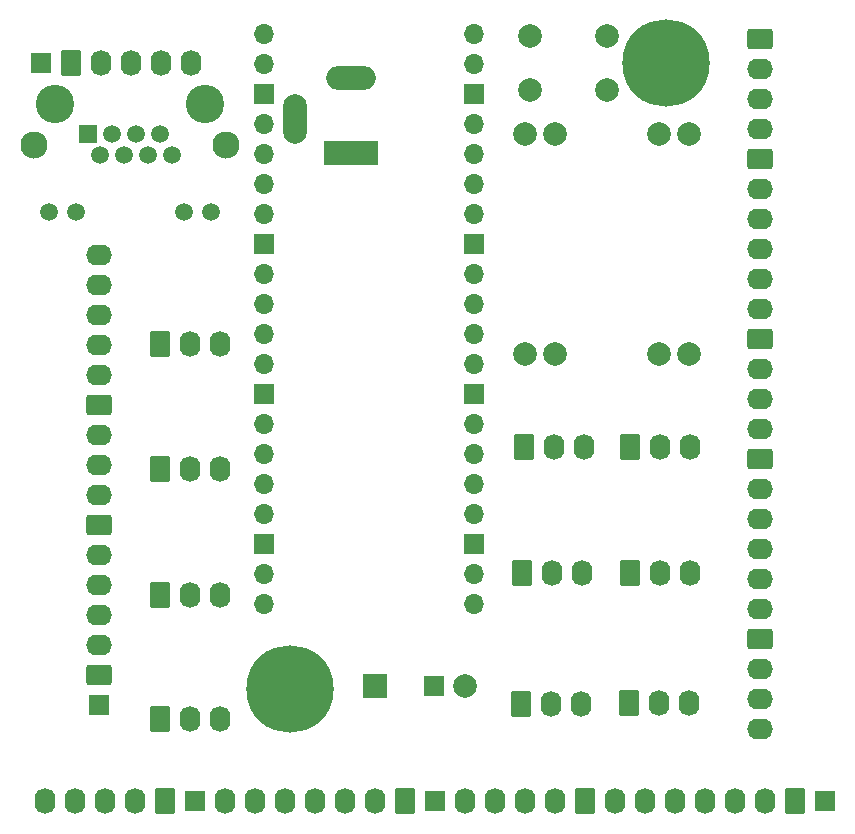
<source format=gts>
G04 #@! TF.GenerationSoftware,KiCad,Pcbnew,7.0.1*
G04 #@! TF.CreationDate,2023-12-05T18:06:22-06:00*
G04 #@! TF.ProjectId,Pico Breakout Board V3,5069636f-2042-4726-9561-6b6f75742042,rev?*
G04 #@! TF.SameCoordinates,Original*
G04 #@! TF.FileFunction,Soldermask,Top*
G04 #@! TF.FilePolarity,Negative*
%FSLAX46Y46*%
G04 Gerber Fmt 4.6, Leading zero omitted, Abs format (unit mm)*
G04 Created by KiCad (PCBNEW 7.0.1) date 2023-12-05 18:06:22*
%MOMM*%
%LPD*%
G01*
G04 APERTURE LIST*
G04 Aperture macros list*
%AMRoundRect*
0 Rectangle with rounded corners*
0 $1 Rounding radius*
0 $2 $3 $4 $5 $6 $7 $8 $9 X,Y pos of 4 corners*
0 Add a 4 corners polygon primitive as box body*
4,1,4,$2,$3,$4,$5,$6,$7,$8,$9,$2,$3,0*
0 Add four circle primitives for the rounded corners*
1,1,$1+$1,$2,$3*
1,1,$1+$1,$4,$5*
1,1,$1+$1,$6,$7*
1,1,$1+$1,$8,$9*
0 Add four rect primitives between the rounded corners*
20,1,$1+$1,$2,$3,$4,$5,0*
20,1,$1+$1,$4,$5,$6,$7,0*
20,1,$1+$1,$6,$7,$8,$9,0*
20,1,$1+$1,$8,$9,$2,$3,0*%
G04 Aperture macros list end*
%ADD10O,1.740000X2.190000*%
%ADD11RoundRect,0.250000X-0.620000X-0.845000X0.620000X-0.845000X0.620000X0.845000X-0.620000X0.845000X0*%
%ADD12R,1.700000X1.700000*%
%ADD13O,2.190000X1.740000*%
%ADD14RoundRect,0.250000X0.845000X-0.620000X0.845000X0.620000X-0.845000X0.620000X-0.845000X-0.620000X0*%
%ADD15C,2.000000*%
%ADD16O,1.700000X1.700000*%
%ADD17R,4.600000X2.000000*%
%ADD18O,4.200000X2.000000*%
%ADD19O,2.000000X4.200000*%
%ADD20RoundRect,0.250000X-0.845000X0.620000X-0.845000X-0.620000X0.845000X-0.620000X0.845000X0.620000X0*%
%ADD21RoundRect,0.250000X0.620000X0.845000X-0.620000X0.845000X-0.620000X-0.845000X0.620000X-0.845000X0*%
%ADD22C,3.250000*%
%ADD23R,1.500000X1.500000*%
%ADD24C,1.500000*%
%ADD25C,2.300000*%
%ADD26C,0.800000*%
%ADD27C,7.400000*%
%ADD28R,2.000000X2.000000*%
G04 APERTURE END LIST*
D10*
X117240000Y-88020000D03*
X114700000Y-88020000D03*
D11*
X112160000Y-88020000D03*
D12*
X135400000Y-95750000D03*
D10*
X114830000Y-43000000D03*
X112290000Y-43000000D03*
X109750000Y-43000000D03*
X107210000Y-43000000D03*
D11*
X104670000Y-43000000D03*
D13*
X107000000Y-84650000D03*
X107000000Y-87190000D03*
X107000000Y-89730000D03*
X107000000Y-92270000D03*
D14*
X107000000Y-94810000D03*
X107000000Y-82110000D03*
D13*
X107000000Y-79570000D03*
X107000000Y-77030000D03*
X107000000Y-74490000D03*
D12*
X107000000Y-97350000D03*
D14*
X107000000Y-71950000D03*
D13*
X107000000Y-69410000D03*
X107000000Y-66870000D03*
X107000000Y-64330000D03*
X107000000Y-61790000D03*
X107000000Y-59250000D03*
D12*
X135480000Y-105500000D03*
D15*
X143500000Y-45250000D03*
X150000000Y-45250000D03*
X143500000Y-40750000D03*
X150000000Y-40750000D03*
X143070000Y-49000000D03*
X145610000Y-49000000D03*
X154460000Y-49000000D03*
X157000000Y-49000000D03*
X157000000Y-67600000D03*
X154460000Y-67600000D03*
X145610000Y-67600000D03*
X143070000Y-67600000D03*
D16*
X121000000Y-40510000D03*
X121000000Y-43050000D03*
D12*
X121000000Y-45590000D03*
D16*
X121000000Y-48130000D03*
X121000000Y-50670000D03*
X121000000Y-53210000D03*
X121000000Y-55750000D03*
D12*
X121000000Y-58290000D03*
D16*
X121000000Y-60830000D03*
X121000000Y-63370000D03*
X121000000Y-65910000D03*
X121000000Y-68450000D03*
D12*
X121000000Y-70990000D03*
D16*
X121000000Y-73530000D03*
X121000000Y-76070000D03*
X121000000Y-78610000D03*
X121000000Y-81150000D03*
D12*
X121000000Y-83690000D03*
D16*
X121000000Y-86230000D03*
X121000000Y-88770000D03*
X138780000Y-88770000D03*
X138780000Y-86230000D03*
D12*
X138780000Y-83690000D03*
D16*
X138780000Y-81150000D03*
X138780000Y-78610000D03*
X138780000Y-76070000D03*
X138780000Y-73530000D03*
D12*
X138780000Y-70990000D03*
D16*
X138780000Y-68450000D03*
X138780000Y-65910000D03*
X138780000Y-63370000D03*
X138780000Y-60830000D03*
D12*
X138780000Y-58290000D03*
D16*
X138780000Y-55750000D03*
X138780000Y-53210000D03*
X138780000Y-50670000D03*
X138780000Y-48130000D03*
D12*
X138780000Y-45590000D03*
D16*
X138780000Y-43050000D03*
X138780000Y-40510000D03*
D11*
X142760000Y-97300000D03*
D10*
X145300000Y-97300000D03*
X147840000Y-97300000D03*
X147890000Y-86200000D03*
X145350000Y-86200000D03*
D11*
X142810000Y-86200000D03*
D10*
X156980000Y-97200000D03*
X154440000Y-97200000D03*
D11*
X151900000Y-97200000D03*
X112170000Y-98500000D03*
D10*
X114710000Y-98500000D03*
X117250000Y-98500000D03*
D11*
X112160000Y-77400000D03*
D10*
X114700000Y-77400000D03*
X117240000Y-77400000D03*
D12*
X102130000Y-43000000D03*
D17*
X128400000Y-50600000D03*
D18*
X128400000Y-44300000D03*
D19*
X123600000Y-47700000D03*
D13*
X163000000Y-63860000D03*
X163000000Y-61320000D03*
X163000000Y-58780000D03*
X163000000Y-56240000D03*
X163000000Y-53700000D03*
D20*
X163000000Y-51160000D03*
D13*
X163000000Y-99420000D03*
X163000000Y-96880000D03*
X163000000Y-94340000D03*
D20*
X163000000Y-91800000D03*
X163000000Y-66400000D03*
D13*
X163000000Y-68940000D03*
X163000000Y-71480000D03*
X163000000Y-74020000D03*
D10*
X150720000Y-105500000D03*
X153260000Y-105500000D03*
X155800000Y-105500000D03*
X158340000Y-105500000D03*
X160880000Y-105500000D03*
X163420000Y-105500000D03*
D21*
X165960000Y-105500000D03*
D11*
X112210000Y-66770000D03*
D10*
X114750000Y-66770000D03*
X117290000Y-66770000D03*
D12*
X168500000Y-105500000D03*
D10*
X157100000Y-86200000D03*
X154560000Y-86200000D03*
D11*
X152020000Y-86200000D03*
D12*
X115160000Y-105500000D03*
D10*
X157100000Y-75500000D03*
X154560000Y-75500000D03*
D11*
X152020000Y-75500000D03*
D10*
X148100000Y-75520000D03*
X145560000Y-75520000D03*
D11*
X143020000Y-75520000D03*
D20*
X163000000Y-76560000D03*
D13*
X163000000Y-79100000D03*
X163000000Y-81640000D03*
X163000000Y-84180000D03*
X163000000Y-86720000D03*
X163000000Y-89260000D03*
D20*
X163000000Y-41000000D03*
D13*
X163000000Y-43540000D03*
X163000000Y-46080000D03*
X163000000Y-48620000D03*
D21*
X132940000Y-105500000D03*
D10*
X130400000Y-105500000D03*
X127860000Y-105500000D03*
X125320000Y-105500000D03*
X122780000Y-105500000D03*
X120240000Y-105500000D03*
X117700000Y-105500000D03*
X102460000Y-105500000D03*
X105000000Y-105500000D03*
X107540000Y-105500000D03*
X110080000Y-105500000D03*
D21*
X112620000Y-105500000D03*
D10*
X138020000Y-105500000D03*
X140560000Y-105500000D03*
X143100000Y-105500000D03*
X145640000Y-105500000D03*
D21*
X148180000Y-105500000D03*
D22*
X116000000Y-46500000D03*
X103300000Y-46500000D03*
D23*
X106090000Y-49040000D03*
D24*
X107106000Y-50820000D03*
X108122000Y-49040000D03*
X109138000Y-50820000D03*
X110154000Y-49040000D03*
X111170000Y-50820000D03*
X112186000Y-49040000D03*
X113202000Y-50820000D03*
X102790000Y-55640000D03*
X105080000Y-55640000D03*
X114220000Y-55640000D03*
X116510000Y-55640000D03*
D25*
X101520000Y-49930000D03*
X117780000Y-49930000D03*
D26*
X156962221Y-41062779D03*
X157775000Y-43025000D03*
X156962221Y-44987221D03*
X155000000Y-45800000D03*
X153037779Y-44987221D03*
X153037779Y-41062779D03*
X155000000Y-40250000D03*
D27*
X155000000Y-43025000D03*
D26*
X152225000Y-43025000D03*
X125187221Y-94037779D03*
X126000000Y-96000000D03*
X125187221Y-97962221D03*
X123225000Y-98775000D03*
X121262779Y-97962221D03*
X121262779Y-94037779D03*
X123225000Y-93225000D03*
D27*
X123225000Y-96000000D03*
D26*
X120450000Y-96000000D03*
D15*
X138000000Y-95750000D03*
D28*
X130400000Y-95750000D03*
M02*

</source>
